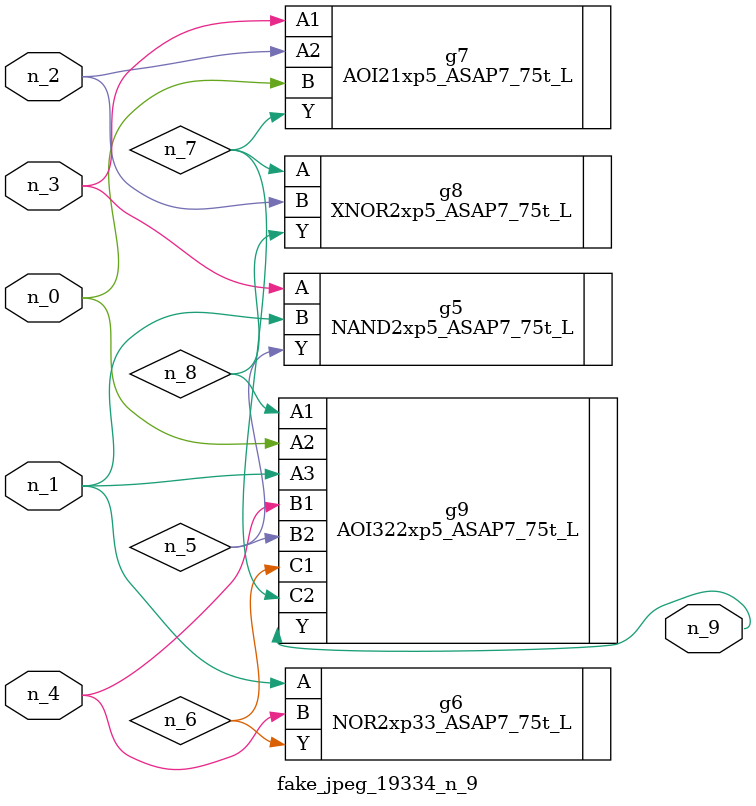
<source format=v>
module fake_jpeg_19334_n_9 (n_3, n_2, n_1, n_0, n_4, n_9);

input n_3;
input n_2;
input n_1;
input n_0;
input n_4;

output n_9;

wire n_8;
wire n_6;
wire n_5;
wire n_7;

NAND2xp5_ASAP7_75t_L g5 ( 
.A(n_3),
.B(n_1),
.Y(n_5)
);

NOR2xp33_ASAP7_75t_L g6 ( 
.A(n_1),
.B(n_4),
.Y(n_6)
);

AOI21xp5_ASAP7_75t_L g7 ( 
.A1(n_3),
.A2(n_2),
.B(n_0),
.Y(n_7)
);

XNOR2xp5_ASAP7_75t_L g8 ( 
.A(n_7),
.B(n_2),
.Y(n_8)
);

AOI322xp5_ASAP7_75t_L g9 ( 
.A1(n_8),
.A2(n_0),
.A3(n_1),
.B1(n_4),
.B2(n_5),
.C1(n_6),
.C2(n_7),
.Y(n_9)
);


endmodule
</source>
